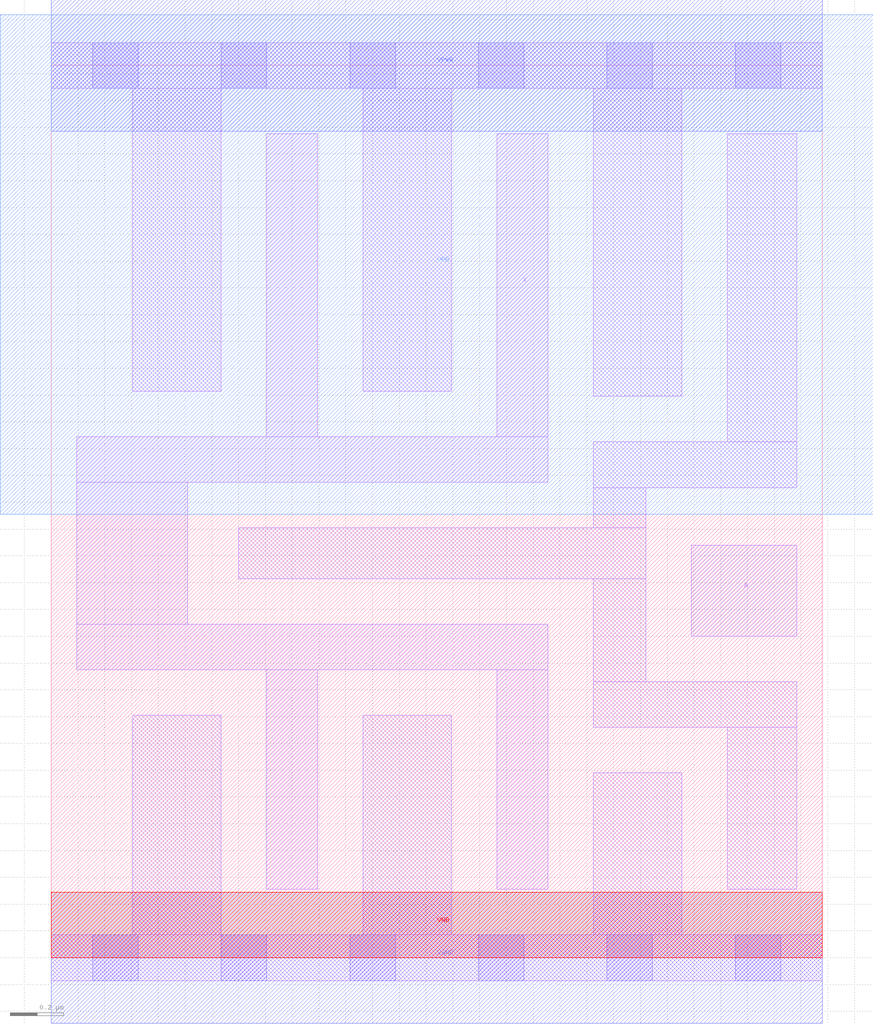
<source format=lef>
# Copyright 2020 The SkyWater PDK Authors
#
# Licensed under the Apache License, Version 2.0 (the "License");
# you may not use this file except in compliance with the License.
# You may obtain a copy of the License at
#
#     https://www.apache.org/licenses/LICENSE-2.0
#
# Unless required by applicable law or agreed to in writing, software
# distributed under the License is distributed on an "AS IS" BASIS,
# WITHOUT WARRANTIES OR CONDITIONS OF ANY KIND, either express or implied.
# See the License for the specific language governing permissions and
# limitations under the License.
#
# SPDX-License-Identifier: Apache-2.0

VERSION 5.7 ;
  NOWIREEXTENSIONATPIN ON ;
  DIVIDERCHAR "/" ;
  BUSBITCHARS "[]" ;
MACRO sky130_fd_sc_lp__buf_4
  CLASS CORE ;
  FOREIGN sky130_fd_sc_lp__buf_4 ;
  ORIGIN  0.000000  0.000000 ;
  SIZE  2.880000 BY  3.330000 ;
  SYMMETRY X Y R90 ;
  SITE unit ;
  PIN A
    ANTENNAGATEAREA  0.315000 ;
    DIRECTION INPUT ;
    USE SIGNAL ;
    PORT
      LAYER li1 ;
        RECT 2.390000 1.200000 2.785000 1.540000 ;
    END
  END A
  PIN X
    ANTENNADIFFAREA  1.176000 ;
    DIRECTION OUTPUT ;
    USE SIGNAL ;
    PORT
      LAYER li1 ;
        RECT 0.095000 1.075000 1.855000 1.245000 ;
        RECT 0.095000 1.245000 0.510000 1.775000 ;
        RECT 0.095000 1.775000 1.855000 1.945000 ;
        RECT 0.805000 0.255000 0.995000 1.075000 ;
        RECT 0.805000 1.945000 0.995000 3.075000 ;
        RECT 1.665000 0.255000 1.855000 1.075000 ;
        RECT 1.665000 1.945000 1.855000 3.075000 ;
    END
  END X
  PIN VGND
    DIRECTION INOUT ;
    USE GROUND ;
    PORT
      LAYER met1 ;
        RECT 0.000000 -0.245000 2.880000 0.245000 ;
    END
  END VGND
  PIN VNB
    DIRECTION INOUT ;
    USE GROUND ;
    PORT
      LAYER pwell ;
        RECT 0.000000 0.000000 2.880000 0.245000 ;
    END
  END VNB
  PIN VPB
    DIRECTION INOUT ;
    USE POWER ;
    PORT
      LAYER nwell ;
        RECT -0.190000 1.655000 3.070000 3.520000 ;
    END
  END VPB
  PIN VPWR
    DIRECTION INOUT ;
    USE POWER ;
    PORT
      LAYER met1 ;
        RECT 0.000000 3.085000 2.880000 3.575000 ;
    END
  END VPWR
  OBS
    LAYER li1 ;
      RECT 0.000000 -0.085000 2.880000 0.085000 ;
      RECT 0.000000  3.245000 2.880000 3.415000 ;
      RECT 0.305000  0.085000 0.635000 0.905000 ;
      RECT 0.305000  2.115000 0.635000 3.245000 ;
      RECT 0.700000  1.415000 2.220000 1.605000 ;
      RECT 1.165000  0.085000 1.495000 0.905000 ;
      RECT 1.165000  2.115000 1.495000 3.245000 ;
      RECT 2.025000  0.085000 2.355000 0.690000 ;
      RECT 2.025000  0.860000 2.785000 1.030000 ;
      RECT 2.025000  1.030000 2.220000 1.415000 ;
      RECT 2.025000  1.605000 2.220000 1.755000 ;
      RECT 2.025000  1.755000 2.785000 1.925000 ;
      RECT 2.025000  2.095000 2.355000 3.245000 ;
      RECT 2.525000  0.255000 2.785000 0.860000 ;
      RECT 2.525000  1.925000 2.785000 3.075000 ;
    LAYER mcon ;
      RECT 0.155000 -0.085000 0.325000 0.085000 ;
      RECT 0.155000  3.245000 0.325000 3.415000 ;
      RECT 0.635000 -0.085000 0.805000 0.085000 ;
      RECT 0.635000  3.245000 0.805000 3.415000 ;
      RECT 1.115000 -0.085000 1.285000 0.085000 ;
      RECT 1.115000  3.245000 1.285000 3.415000 ;
      RECT 1.595000 -0.085000 1.765000 0.085000 ;
      RECT 1.595000  3.245000 1.765000 3.415000 ;
      RECT 2.075000 -0.085000 2.245000 0.085000 ;
      RECT 2.075000  3.245000 2.245000 3.415000 ;
      RECT 2.555000 -0.085000 2.725000 0.085000 ;
      RECT 2.555000  3.245000 2.725000 3.415000 ;
  END
END sky130_fd_sc_lp__buf_4
END LIBRARY

</source>
